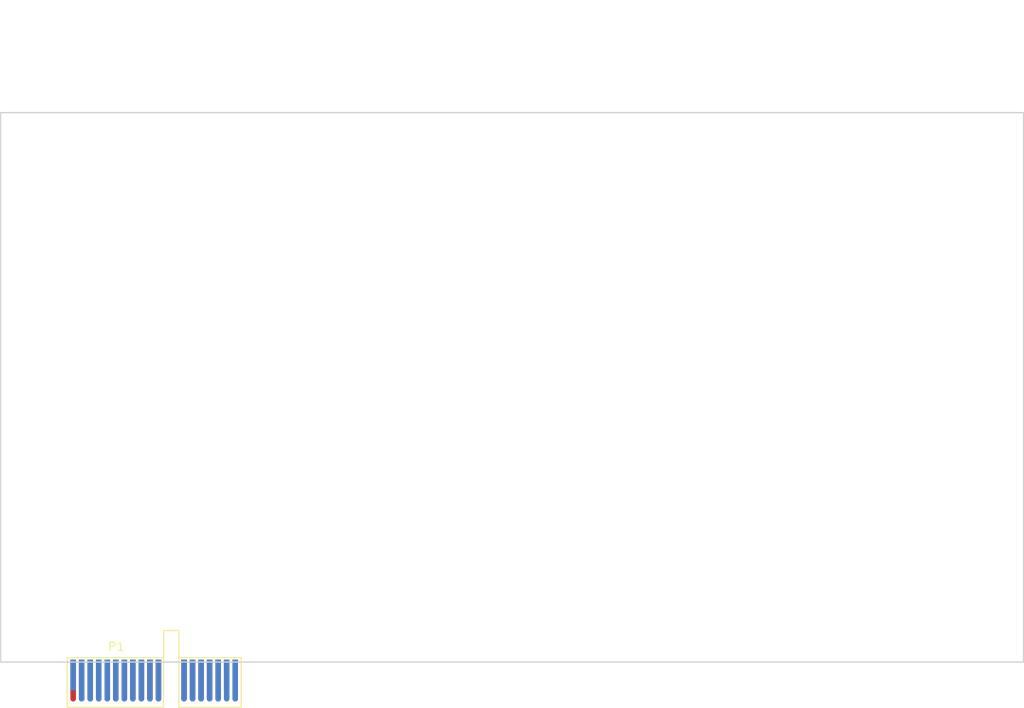
<source format=kicad_pcb>
(kicad_pcb (version 4) (host pcbnew 4.0.4+dfsg1-stable)

  (general
    (links 0)
    (no_connects 0)
    (area 138.025459 99.028839 160.519434 108.578061)
    (thickness 1.6)
    (drawings 5)
    (tracks 0)
    (zones 0)
    (modules 1)
    (nets 37)
  )

  (page A4)
  (layers
    (0 F.Cu signal)
    (31 B.Cu signal)
    (32 B.Adhes user)
    (33 F.Adhes user)
    (34 B.Paste user)
    (35 F.Paste user)
    (36 B.SilkS user)
    (37 F.SilkS user)
    (38 B.Mask user)
    (39 F.Mask user)
    (40 Dwgs.User user)
    (41 Cmts.User user)
    (42 Eco1.User user)
    (43 Eco2.User user)
    (44 Edge.Cuts user)
    (45 Margin user)
    (46 B.CrtYd user)
    (47 F.CrtYd user)
    (48 B.Fab user)
    (49 F.Fab user)
  )

  (setup
    (last_trace_width 0.25)
    (trace_clearance 0.2)
    (zone_clearance 0.508)
    (zone_45_only no)
    (trace_min 0.2)
    (segment_width 0.2)
    (edge_width 0.15)
    (via_size 0.6)
    (via_drill 0.4)
    (via_min_size 0.4)
    (via_min_drill 0.3)
    (uvia_size 0.3)
    (uvia_drill 0.1)
    (uvias_allowed no)
    (uvia_min_size 0.2)
    (uvia_min_drill 0.1)
    (pcb_text_width 0.3)
    (pcb_text_size 1.5 1.5)
    (mod_edge_width 0.15)
    (mod_text_size 1 1)
    (mod_text_width 0.15)
    (pad_size 1.524 1.524)
    (pad_drill 0.762)
    (pad_to_mask_clearance 0.2)
    (aux_axis_origin 0 0)
    (visible_elements FFFFFF7F)
    (pcbplotparams
      (layerselection 0x00030_80000001)
      (usegerberextensions false)
      (excludeedgelayer true)
      (linewidth 0.100000)
      (plotframeref false)
      (viasonmask false)
      (mode 1)
      (useauxorigin false)
      (hpglpennumber 1)
      (hpglpenspeed 20)
      (hpglpendiameter 15)
      (hpglpenoverlay 2)
      (psnegative false)
      (psa4output false)
      (plotreference true)
      (plotvalue true)
      (plotinvisibletext false)
      (padsonsilk false)
      (subtractmaskfromsilk false)
      (outputformat 1)
      (mirror false)
      (drillshape 1)
      (scaleselection 1)
      (outputdirectory ""))
  )

  (net 0 "")
  (net 1 "Net-(P1-PadB1)")
  (net 2 "Net-(P1-PadB2)")
  (net 3 "Net-(P1-PadB3)")
  (net 4 "Net-(P1-PadB4)")
  (net 5 "Net-(P1-PadB5)")
  (net 6 "Net-(P1-PadB6)")
  (net 7 "Net-(P1-PadB7)")
  (net 8 "Net-(P1-PadB8)")
  (net 9 "Net-(P1-PadB9)")
  (net 10 "Net-(P1-PadB10)")
  (net 11 "Net-(P1-PadB11)")
  (net 12 "Net-(P1-PadB14)")
  (net 13 "Net-(P1-PadB15)")
  (net 14 "Net-(P1-PadB16)")
  (net 15 "Net-(P1-PadB17)")
  (net 16 "Net-(P1-PadB18)")
  (net 17 "Net-(P1-PadB12)")
  (net 18 "Net-(P1-PadB13)")
  (net 19 "Net-(P1-PadA1)")
  (net 20 "Net-(P1-PadA2)")
  (net 21 "Net-(P1-PadA3)")
  (net 22 "Net-(P1-PadA4)")
  (net 23 "Net-(P1-PadA5)")
  (net 24 "Net-(P1-PadA6)")
  (net 25 "Net-(P1-PadA7)")
  (net 26 "Net-(P1-PadA8)")
  (net 27 "Net-(P1-PadA9)")
  (net 28 "Net-(P1-PadA10)")
  (net 29 "Net-(P1-PadA11)")
  (net 30 "Net-(P1-PadA14)")
  (net 31 "Net-(P1-PadA15)")
  (net 32 "Net-(P1-PadA16)")
  (net 33 "Net-(P1-PadA17)")
  (net 34 "Net-(P1-PadA18)")
  (net 35 "Net-(P1-PadA12)")
  (net 36 "Net-(P1-PadA13)")

  (net_class Default "This is the default net class."
    (clearance 0.2)
    (trace_width 0.25)
    (via_dia 0.6)
    (via_drill 0.4)
    (uvia_dia 0.3)
    (uvia_drill 0.1)
    (add_net "Net-(P1-PadA1)")
    (add_net "Net-(P1-PadA10)")
    (add_net "Net-(P1-PadA11)")
    (add_net "Net-(P1-PadA12)")
    (add_net "Net-(P1-PadA13)")
    (add_net "Net-(P1-PadA14)")
    (add_net "Net-(P1-PadA15)")
    (add_net "Net-(P1-PadA16)")
    (add_net "Net-(P1-PadA17)")
    (add_net "Net-(P1-PadA18)")
    (add_net "Net-(P1-PadA2)")
    (add_net "Net-(P1-PadA3)")
    (add_net "Net-(P1-PadA4)")
    (add_net "Net-(P1-PadA5)")
    (add_net "Net-(P1-PadA6)")
    (add_net "Net-(P1-PadA7)")
    (add_net "Net-(P1-PadA8)")
    (add_net "Net-(P1-PadA9)")
    (add_net "Net-(P1-PadB1)")
    (add_net "Net-(P1-PadB10)")
    (add_net "Net-(P1-PadB11)")
    (add_net "Net-(P1-PadB12)")
    (add_net "Net-(P1-PadB13)")
    (add_net "Net-(P1-PadB14)")
    (add_net "Net-(P1-PadB15)")
    (add_net "Net-(P1-PadB16)")
    (add_net "Net-(P1-PadB17)")
    (add_net "Net-(P1-PadB18)")
    (add_net "Net-(P1-PadB2)")
    (add_net "Net-(P1-PadB3)")
    (add_net "Net-(P1-PadB4)")
    (add_net "Net-(P1-PadB5)")
    (add_net "Net-(P1-PadB6)")
    (add_net "Net-(P1-PadB7)")
    (add_net "Net-(P1-PadB8)")
    (add_net "Net-(P1-PadB9)")
  )

  (module Connect:PCI-EXPRESS (layer F.Cu) (tedit 545FBBB8) (tstamp 58B2B300)
    (at 68 152)
    (path /58B2B7D4)
    (fp_text reference P1 (at -4.445 -3.81) (layer F.SilkS)
      (effects (font (size 1 1) (thickness 0.15)))
    )
    (fp_text value pcie_1x_edge (at 6.985 -3.81) (layer F.Fab)
      (effects (font (size 1 1) (thickness 0.15)))
    )
    (fp_line (start 1.09982 -2.49936) (end 1.09982 -5.69976) (layer F.SilkS) (width 0.15))
    (fp_line (start 1.09982 -5.69976) (end 2.90068 -5.69976) (layer F.SilkS) (width 0.15))
    (fp_line (start 2.90068 -5.69976) (end 2.90068 -2.49936) (layer F.SilkS) (width 0.15))
    (fp_line (start -10.20064 -2.49936) (end 1.09982 -2.49936) (layer F.SilkS) (width 0.15))
    (fp_line (start 1.09982 -2.49936) (end 1.09982 3.29946) (layer F.SilkS) (width 0.15))
    (fp_line (start 1.09982 3.29946) (end -10.20064 3.29946) (layer F.SilkS) (width 0.15))
    (fp_line (start -10.20064 3.29946) (end -10.20064 -2.49936) (layer F.SilkS) (width 0.15))
    (fp_line (start 10.20064 -2.49936) (end 2.90068 -2.49936) (layer F.SilkS) (width 0.15))
    (fp_line (start 2.90068 3.29946) (end 10.20064 3.29946) (layer F.SilkS) (width 0.15))
    (fp_line (start 2.90068 -2.49936) (end 2.90068 3.29946) (layer F.SilkS) (width 0.15))
    (fp_line (start 10.20064 -2.49936) (end 10.20064 3.29946) (layer F.SilkS) (width 0.15))
    (pad "" connect circle (at 9.4996 2.30124) (size 0.65024 0.65024) (layers F.Cu F.Mask))
    (pad B1 connect rect (at -9.4996 0) (size 0.65024 4.59994) (layers F.Cu F.Mask)
      (net 1 "Net-(P1-PadB1)"))
    (pad B2 connect rect (at -8.49884 0) (size 0.65024 4.59994) (layers F.Cu F.Mask)
      (net 2 "Net-(P1-PadB2)"))
    (pad B3 connect rect (at -7.50062 0) (size 0.65024 4.59994) (layers F.Cu F.Mask)
      (net 3 "Net-(P1-PadB3)"))
    (pad B4 connect rect (at -6.49986 0) (size 0.65024 4.59994) (layers F.Cu F.Mask)
      (net 4 "Net-(P1-PadB4)"))
    (pad B5 connect rect (at -5.4991 0) (size 0.65024 4.59994) (layers F.Cu F.Mask)
      (net 5 "Net-(P1-PadB5)"))
    (pad B6 connect rect (at -4.50088 0) (size 0.65024 4.59994) (layers F.Cu F.Mask)
      (net 6 "Net-(P1-PadB6)"))
    (pad B7 connect rect (at -3.50012 0) (size 0.65024 4.59994) (layers F.Cu F.Mask)
      (net 7 "Net-(P1-PadB7)"))
    (pad B8 connect rect (at -2.49936 0) (size 0.65024 4.59994) (layers F.Cu F.Mask)
      (net 8 "Net-(P1-PadB8)"))
    (pad B9 connect rect (at -1.50114 0) (size 0.65024 4.59994) (layers F.Cu F.Mask)
      (net 9 "Net-(P1-PadB9)"))
    (pad B10 connect rect (at -0.50038 0) (size 0.65024 4.59994) (layers F.Cu F.Mask)
      (net 10 "Net-(P1-PadB10)"))
    (pad B11 connect rect (at 0.50038 0) (size 0.65024 4.59994) (layers F.Cu F.Mask)
      (net 11 "Net-(P1-PadB11)"))
    (pad B14 connect rect (at 5.4991 0) (size 0.65024 4.59994) (layers F.Cu F.Mask)
      (net 12 "Net-(P1-PadB14)"))
    (pad B15 connect rect (at 6.49986 0) (size 0.65024 4.59994) (layers F.Cu F.Mask)
      (net 13 "Net-(P1-PadB15)"))
    (pad B16 connect rect (at 7.50062 0) (size 0.65024 4.59994) (layers F.Cu F.Mask)
      (net 14 "Net-(P1-PadB16)"))
    (pad B17 connect rect (at 8.49884 -0.50038) (size 0.65024 3.59918) (layers F.Cu F.Mask)
      (net 15 "Net-(P1-PadB17)"))
    (pad B18 connect rect (at 9.4996 0) (size 0.65024 4.59994) (layers F.Cu F.Mask)
      (net 16 "Net-(P1-PadB18)"))
    (pad B12 connect rect (at 3.50012 0) (size 0.65024 4.59994) (layers F.Cu F.Mask)
      (net 17 "Net-(P1-PadB12)"))
    (pad B13 connect rect (at 4.50088 0) (size 0.65024 4.59994) (layers F.Cu F.Mask)
      (net 18 "Net-(P1-PadB13)"))
    (pad A1 connect rect (at -9.4996 -0.50038) (size 0.65024 3.59918) (layers B.Cu B.Mask)
      (net 19 "Net-(P1-PadA1)"))
    (pad A2 connect rect (at -8.49884 0) (size 0.65024 4.59994) (layers B.Cu B.Mask)
      (net 20 "Net-(P1-PadA2)"))
    (pad A3 connect rect (at -7.50062 0) (size 0.65024 4.59994) (layers B.Cu B.Mask)
      (net 21 "Net-(P1-PadA3)"))
    (pad A4 connect rect (at -6.49986 0) (size 0.65024 4.59994) (layers B.Cu B.Mask)
      (net 22 "Net-(P1-PadA4)"))
    (pad A5 connect rect (at -5.4991 0) (size 0.65024 4.59994) (layers B.Cu B.Mask)
      (net 23 "Net-(P1-PadA5)"))
    (pad A6 connect rect (at -4.50088 0) (size 0.65024 4.59994) (layers B.Cu B.Mask)
      (net 24 "Net-(P1-PadA6)"))
    (pad A7 connect rect (at -3.50012 0) (size 0.65024 4.59994) (layers B.Cu B.Mask)
      (net 25 "Net-(P1-PadA7)"))
    (pad A8 connect rect (at -2.49936 0) (size 0.65024 4.59994) (layers B.Cu B.Mask)
      (net 26 "Net-(P1-PadA8)"))
    (pad A9 connect rect (at -1.50114 0) (size 0.65024 4.59994) (layers B.Cu B.Mask)
      (net 27 "Net-(P1-PadA9)"))
    (pad A10 connect rect (at -0.50038 0) (size 0.65024 4.59994) (layers B.Cu B.Mask)
      (net 28 "Net-(P1-PadA10)"))
    (pad A11 connect rect (at 0.50038 0) (size 0.65024 4.59994) (layers B.Cu B.Mask)
      (net 29 "Net-(P1-PadA11)"))
    (pad A14 connect rect (at 5.4991 0) (size 0.65024 4.59994) (layers B.Cu B.Mask)
      (net 30 "Net-(P1-PadA14)"))
    (pad A15 connect rect (at 6.49986 0) (size 0.65024 4.59994) (layers B.Cu B.Mask)
      (net 31 "Net-(P1-PadA15)"))
    (pad A16 connect rect (at 7.50062 0) (size 0.65024 4.59994) (layers B.Cu B.Mask)
      (net 32 "Net-(P1-PadA16)"))
    (pad A17 connect rect (at 8.49884 0) (size 0.65024 4.59994) (layers B.Cu B.Mask)
      (net 33 "Net-(P1-PadA17)"))
    (pad A18 connect rect (at 9.4996 0) (size 0.65024 4.59994) (layers B.Cu B.Mask)
      (net 34 "Net-(P1-PadA18)"))
    (pad A12 connect rect (at 3.50012 0) (size 0.65024 4.59994) (layers B.Cu B.Mask)
      (net 35 "Net-(P1-PadA12)"))
    (pad A13 connect rect (at 4.50088 0) (size 0.65024 4.59994) (layers B.Cu B.Mask)
      (net 36 "Net-(P1-PadA13)"))
    (pad "" connect circle (at -7.50062 2.30124) (size 0.65024 0.65024) (layers F.Cu F.Mask))
    (pad "" connect circle (at -6.49986 2.30124) (size 0.65024 0.65024) (layers F.Cu F.Mask))
    (pad "" connect circle (at -5.4991 2.30124) (size 0.65024 0.65024) (layers F.Cu F.Mask))
    (pad "" connect circle (at -4.50088 2.30124) (size 0.65024 0.65024) (layers F.Cu F.Mask))
    (pad "" connect circle (at -3.50012 2.30124) (size 0.65024 0.65024) (layers F.Cu F.Mask))
    (pad "" connect circle (at -2.49936 2.30124) (size 0.65024 0.65024) (layers F.Cu F.Mask))
    (pad "" connect circle (at -1.50114 2.30124) (size 0.65024 0.65024) (layers F.Cu F.Mask))
    (pad "" connect circle (at -0.50038 2.30124) (size 0.65024 0.65024) (layers F.Cu F.Mask))
    (pad "" connect circle (at 0.50038 2.30124) (size 0.65024 0.65024) (layers F.Cu F.Mask))
    (pad "" connect circle (at -9.4996 2.30124) (size 0.65024 0.65024) (layers F.Cu F.Mask))
    (pad "" connect circle (at 3.50012 2.30124) (size 0.65024 0.65024) (layers F.Cu F.Mask))
    (pad "" connect circle (at 4.50088 2.30124) (size 0.65024 0.65024) (layers F.Cu F.Mask))
    (pad "" connect circle (at 5.4991 2.30124) (size 0.65024 0.65024) (layers F.Cu F.Mask))
    (pad "" connect circle (at 6.49986 2.30124) (size 0.65024 0.65024) (layers F.Cu F.Mask))
    (pad "" connect circle (at 7.50062 2.30124) (size 0.65024 0.65024) (layers F.Cu F.Mask))
    (pad "" connect circle (at -8.49884 2.30124) (size 0.65024 0.65024) (layers F.Cu F.Mask))
    (pad "" connect oval (at -6.49986 2.30124 90) (size 0.65024 0.65024) (layers B.Cu B.Mask))
    (pad "" connect oval (at -5.4991 2.30124 90) (size 0.65024 0.65024) (layers B.Cu B.Mask))
    (pad "" connect oval (at -4.50088 2.30124 90) (size 0.65024 0.65024) (layers B.Cu B.Mask))
    (pad "" connect oval (at -3.50012 2.30124 90) (size 0.65024 0.65024) (layers B.Cu B.Mask))
    (pad "" connect oval (at -2.49936 2.30124 90) (size 0.65024 0.65024) (layers B.Cu B.Mask))
    (pad "" connect oval (at -1.50114 2.30124 90) (size 0.65024 0.65024) (layers B.Cu B.Mask))
    (pad "" connect oval (at -0.50038 2.30124 90) (size 0.65024 0.65024) (layers B.Cu B.Mask))
    (pad "" connect oval (at 5.4991 2.30124 90) (size 0.65024 0.65024) (layers B.Cu B.Mask))
    (pad "" connect oval (at 6.49986 2.30124 90) (size 0.65024 0.65024) (layers B.Cu B.Mask))
    (pad "" connect oval (at -7.50062 2.30124 90) (size 0.65024 0.65024) (layers B.Cu B.Mask))
    (pad "" connect oval (at 4.50088 2.30124 90) (size 0.65024 0.65024) (layers B.Cu B.Mask))
    (pad "" connect oval (at 7.50062 2.30124 90) (size 0.65024 0.65024) (layers B.Cu B.Mask))
    (pad "" connect oval (at 0.50038 2.30124 90) (size 0.65024 0.65024) (layers B.Cu B.Mask))
    (pad "" connect oval (at 3.50012 2.30124 90) (size 0.65024 0.65024) (layers B.Cu B.Mask))
    (pad "" connect oval (at 8.49884 2.30124 90) (size 0.65024 0.65024) (layers B.Cu B.Mask))
    (pad "" connect oval (at 9.4996 2.30124 90) (size 0.65024 0.65024) (layers B.Cu B.Mask))
    (pad "" connect oval (at -8.49884 2.30124 90) (size 0.65024 0.65024) (layers B.Cu B.Mask))
  )

  (gr_text "See p74 in PCIe electromech spec for precise dimensions\n(although there's no reason I need to follow them...)" (at 111 75) (layer Cmts.User)
    (effects (font (size 1.5 1.5) (thickness 0.3)))
  )
  (gr_line (start 50 85.59) (end 169.91 85.59) (angle 90) (layer Edge.Cuts) (width 0.15) (tstamp 58B2B68C))
  (gr_line (start 169.91 150) (end 169.91 85.59) (angle 90) (layer Edge.Cuts) (width 0.15) (tstamp 58B2B654))
  (gr_line (start 50 150) (end 50 85.59) (angle 90) (layer Edge.Cuts) (width 0.15))
  (gr_line (start 50 150) (end 169.91 150) (angle 90) (layer Edge.Cuts) (width 0.15))

)

</source>
